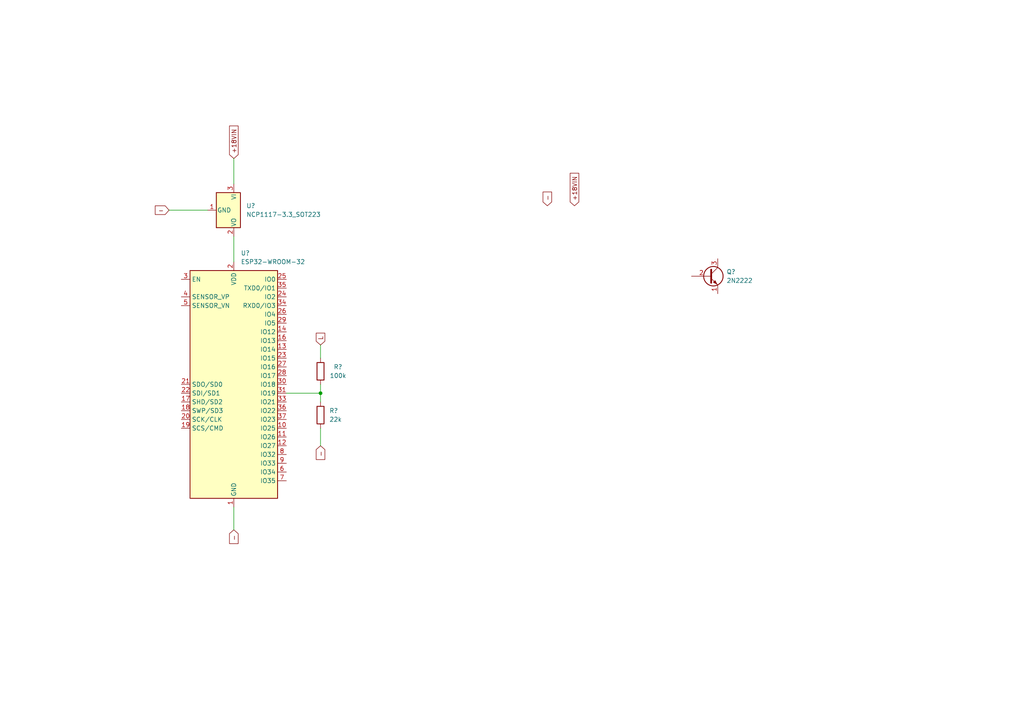
<source format=kicad_sch>
(kicad_sch (version 20211123) (generator eeschema)
  (paper "A4")
  (lib_symbols
    (symbol "Device:R" (pin_numbers hide) (pin_names (offset 0))
      (property "Reference" "R" (at 2.032 0 90))
      (property "Value" "R" (at 0 0 90))
      (symbol "R_0_1"
        (rectangle (start -1.016 -2.54) (end 1.016 2.54) (stroke (width 0.254)))
      )
      (symbol "R_1_1"
        (pin passive line (at 0 3.81 270) (length 1.27) (name "~") (number "1"))
        (pin passive line (at 0 -3.81 90) (length 1.27) (name "~") (number "2"))
      )
    )
    (symbol "RF_Module:ESP32-WROOM-32"
      (property "Reference" "U" (at -12.7 34.29 0))
      (property "Value" "ESP32-WROOM-32" (at 1.27 34.29 0))
      (symbol "ESP32-WROOM-32_0_1"
        (rectangle (start -12.7 33.02) (end 12.7 -33.02) (stroke (width 0.254)) (fill (type background)))
      )
      (symbol "ESP32-WROOM-32_1_1"
        (pin power_in line (at 0 -35.56 90) (length 2.54) (name "GND") (number "1"))
        (pin bidirectional line (at 15.24 -12.7 180) (length 2.54) (name "IO25") (number "10"))
        (pin bidirectional line (at 15.24 -15.24 180) (length 2.54) (name "IO26") (number "11"))
        (pin bidirectional line (at 15.24 -17.78 180) (length 2.54) (name "IO27") (number "12"))
        (pin bidirectional line (at 15.24 10.16 180) (length 2.54) (name "IO14") (number "13"))
        (pin bidirectional line (at 15.24 15.24 180) (length 2.54) (name "IO12") (number "14"))
        (pin passive line (at 0 -35.56 90) (length 2.54) hide (name "GND") (number "15"))
        (pin bidirectional line (at 15.24 12.7 180) (length 2.54) (name "IO13") (number "16"))
        (pin bidirectional line (at -15.24 -5.08 0) (length 2.54) (name "SHD/SD2") (number "17"))
        (pin bidirectional line (at -15.24 -7.62 0) (length 2.54) (name "SWP/SD3") (number "18"))
        (pin bidirectional line (at -15.24 -12.7 0) (length 2.54) (name "SCS/CMD") (number "19"))
        (pin power_in line (at 0 35.56 270) (length 2.54) (name "VDD") (number "2"))
        (pin bidirectional line (at -15.24 -10.16 0) (length 2.54) (name "SCK/CLK") (number "20"))
        (pin bidirectional line (at -15.24 0 0) (length 2.54) (name "SDO/SD0") (number "21"))
        (pin bidirectional line (at -15.24 -2.54 0) (length 2.54) (name "SDI/SD1") (number "22"))
        (pin bidirectional line (at 15.24 7.62 180) (length 2.54) (name "IO15") (number "23"))
        (pin bidirectional line (at 15.24 25.4 180) (length 2.54) (name "IO2") (number "24"))
        (pin bidirectional line (at 15.24 30.48 180) (length 2.54) (name "IO0") (number "25"))
        (pin bidirectional line (at 15.24 20.32 180) (length 2.54) (name "IO4") (number "26"))
        (pin bidirectional line (at 15.24 5.08 180) (length 2.54) (name "IO16") (number "27"))
        (pin bidirectional line (at 15.24 2.54 180) (length 2.54) (name "IO17") (number "28"))
        (pin bidirectional line (at 15.24 17.78 180) (length 2.54) (name "IO5") (number "29"))
        (pin input line (at -15.24 30.48 0) (length 2.54) (name "EN") (number "3"))
        (pin bidirectional line (at 15.24 0 180) (length 2.54) (name "IO18") (number "30"))
        (pin bidirectional line (at 15.24 -2.54 180) (length 2.54) (name "IO19") (number "31"))
        (pin no_connect line (at -12.7 -27.94 0) (length 2.54) hide (name "NC") (number "32"))
        (pin bidirectional line (at 15.24 -5.08 180) (length 2.54) (name "IO21") (number "33"))
        (pin bidirectional line (at 15.24 22.86 180) (length 2.54) (name "RXD0/IO3") (number "34"))
        (pin bidirectional line (at 15.24 27.94 180) (length 2.54) (name "TXD0/IO1") (number "35"))
        (pin bidirectional line (at 15.24 -7.62 180) (length 2.54) (name "IO22") (number "36"))
        (pin bidirectional line (at 15.24 -10.16 180) (length 2.54) (name "IO23") (number "37"))
        (pin passive line (at 0 -35.56 90) (length 2.54) hide (name "GND") (number "38"))
        (pin passive line (at 0 -35.56 90) (length 2.54) hide (name "GND") (number "39"))
        (pin input line (at -15.24 25.4 0) (length 2.54) (name "SENSOR_VP") (number "4"))
        (pin input line (at -15.24 22.86 0) (length 2.54) (name "SENSOR_VN") (number "5"))
        (pin input line (at 15.24 -25.4 180) (length 2.54) (name "IO34") (number "6"))
        (pin input line (at 15.24 -27.94 180) (length 2.54) (name "IO35") (number "7"))
        (pin bidirectional line (at 15.24 -20.32 180) (length 2.54) (name "IO32") (number "8"))
        (pin bidirectional line (at 15.24 -22.86 180) (length 2.54) (name "IO33") (number "9"))
      )
    )
    (symbol "Regulator_Linear:NCP1117-3.3_SOT223" (pin_names (offset 0.254))
      (property "Reference" "U" (at -3.81 3.175 0))
      (property "Value" "NCP1117-3.3_SOT223" (at 0 3.175 0))
      (symbol "NCP1117-3.3_SOT223_0_1"
        (rectangle (start -5.08 -5.08) (end 5.08 1.905) (stroke (width 0.254)) (fill (type background)))
      )
      (symbol "NCP1117-3.3_SOT223_1_1"
        (pin power_in line (at 0 -7.62 90) (length 2.54) (name "GND") (number "1"))
        (pin power_out line (at 7.62 0 180) (length 2.54) (name "VO") (number "2"))
        (pin power_in line (at -7.62 0 0) (length 2.54) (name "VI") (number "3"))
      )
    )
    (symbol "Transistor_BJT:2N3904" (pin_names (offset 0) hide)
      (property "Reference" "Q" (at 5.08 1.905 0))
      (property "Value" "2N3904" (at 5.08 0 0))
      (symbol "2N3904_0_1"
        (polyline (pts (xy 0.635 0.635) (xy 2.54 2.54)))
        (polyline (pts (xy 0.635 -0.635) (xy 2.54 -2.54) (xy 2.54 -2.54)))
        (polyline (pts (xy 0.635 1.905) (xy 0.635 -1.905) (xy 0.635 -1.905)) (stroke (width 0.508)))
        (polyline (pts (xy 1.27 -1.778) (xy 1.778 -1.27) (xy 2.286 -2.286) (xy 1.27 -1.778) (xy 1.27 -1.778)) (fill (type outline)))
        (circle (center 1.27 0) (radius 2.8194) (stroke (width 0.254)))
      )
      (symbol "2N3904_1_1"
        (pin passive line (at 2.54 -5.08 90) (length 2.54) (name "E") (number "1"))
        (pin passive line (at -5.08 0 0) (length 5.715) (name "B") (number "2"))
        (pin passive line (at 2.54 5.08 270) (length 2.54) (name "C") (number "3"))
      )
    )
  )
  (junction (at 92.964 114.046))
  (wire (pts (xy 67.818 68.58) (xy 67.818 75.946)))
  (wire (pts (xy 92.964 111.506) (xy 92.964 114.046)))
  (wire (pts (xy 49.022 60.96) (xy 60.198 60.96)))
  (wire (pts (xy 92.964 100.076) (xy 92.964 103.886)))
  (wire (pts (xy 92.964 124.206) (xy 92.964 129.286)))
  (wire (pts (xy 92.964 114.046) (xy 92.964 116.586)))
  (wire (pts (xy 67.818 147.066) (xy 67.818 153.67)))
  (wire (pts (xy 67.818 45.974) (xy 67.818 53.34)))
  (wire (pts (xy 83.058 114.046) (xy 92.964 114.046)))
  (global_label "-" (shape input) (at 158.75 59.69 90) (property "Intersheet References" "${INTERSHEET_REFS}" (effects hide)))
  (global_label "L" (shape input) (at 92.964 100.076 90) (property "Intersheet References" "${INTERSHEET_REFS}" (effects hide)))
  (global_label "-" (shape input) (at 49.022 60.96 180) (property "Intersheet References" "${INTERSHEET_REFS}" (effects hide)))
  (global_label "-" (shape input) (at 67.818 153.67 270) (property "Intersheet References" "${INTERSHEET_REFS}" (effects hide)))
  (global_label "-" (shape input) (at 92.964 129.286 270) (property "Intersheet References" "${INTERSHEET_REFS}" (effects hide)))
  (global_label "+18VIN" (shape input) (at 166.624 59.69 90) (property "Intersheet References" "${INTERSHEET_REFS}" (effects hide)))
  (global_label "+18VIN" (shape input) (at 67.818 45.974 90) (property "Intersheet References" "${INTERSHEET_REFS}" (effects hide)))
  (symbol (lib_id "Transistor_BJT:2N3904") (at 205.6384 80.1116 0) (unit 1)
    (property "Reference" "Q?" (at 210.7184 78.8415 0) (effects (justify left)))
    (property "Value" "2N2222" (at 210.7184 81.3815 0) (effects (justify left)))
    (property "Footprint" "Package_TO_SOT_THT:TO-92_Inline" (effects hide))
    (property "Datasheet" "https://www.onsemi.com/pub/Collateral/2N3903-D.PDF" (effects hide))
  )
  (symbol (lib_id "Device:R") (at 92.964 107.696 0) (unit 1)
    (property "Reference" "R?" (at 98.044 106.426 0))
    (property "Value" "100k" (at 98.044 108.966 0))
  )
  (symbol (lib_id "RF_Module:ESP32-WROOM-32") (at 67.818 111.506 0) (unit 1)
    (property "Reference" "U?" (at 69.8374 73.406 0) (effects (justify left)))
    (property "Value" "ESP32-WROOM-32" (at 69.8374 75.946 0) (effects (justify left)))
    (property "Footprint" "RF_Module:ESP32-WROOM-32" (effects hide))
    (property "Datasheet" "https://www.espressif.com/sites/default/files/documentation/esp32-wroom-32_datasheet_en.pdf" (effects hide))
  )
  (symbol (lib_id "Device:R") (at 92.964 120.396 0) (unit 1)
    (property "Reference" "R?" (at 95.504 119.1259 0) (effects (justify left)))
    (property "Value" "22k" (at 95.504 121.6659 0) (effects (justify left)))
  )
  (symbol (lib_id "Regulator_Linear:NCP1117-3.3_SOT223") (at 67.818 60.96 270) (unit 1)
    (property "Reference" "U?" (at 71.4248 59.6899 90) (effects (justify left)))
    (property "Value" "NCP1117-3.3_SOT223" (at 71.4248 62.2299 90) (effects (justify left)))
    (property "Footprint" "Package_TO_SOT_SMD:SOT-223-3_TabPin2" (effects hide))
    (property "Datasheet" "http://www.onsemi.com/pub_link/Collateral/NCP1117-D.PDF" (effects hide))
  )
)
</source>
